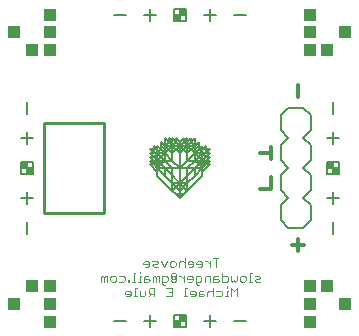
<source format=gbo>
G75*
G70*
%OFA0B0*%
%FSLAX24Y24*%
%IPPOS*%
%LPD*%
%AMOC8*
5,1,8,0,0,1.08239X$1,22.5*
%
%ADD10R,0.0394X0.0394*%
%ADD11C,0.0120*%
%ADD12C,0.0030*%
%ADD13C,0.0100*%
%ADD14C,0.0050*%
%ADD15R,0.0200X0.0200*%
%ADD16R,0.0100X0.0100*%
%ADD17C,0.0080*%
D10*
X000944Y001928D03*
X001534Y002519D03*
X002125Y002519D03*
X002125Y001928D03*
X002125Y001337D03*
X010786Y001337D03*
X010786Y001928D03*
X010786Y002519D03*
X011377Y002519D03*
X011967Y001928D03*
X011377Y010393D03*
X010786Y010393D03*
X010786Y010983D03*
X010786Y011574D03*
X011967Y010983D03*
X002125Y010983D03*
X002125Y011574D03*
X002125Y010393D03*
X001534Y010393D03*
X000944Y010983D03*
D11*
X009113Y006948D02*
X009507Y006948D01*
X009507Y007144D01*
X009507Y006948D02*
X009507Y006751D01*
X009507Y006160D02*
X009507Y005767D01*
X009113Y005767D01*
X010393Y004093D02*
X010393Y003896D01*
X010589Y003896D01*
X010393Y003896D02*
X010393Y003700D01*
X010393Y003896D02*
X010196Y003896D01*
X010393Y008818D02*
X010393Y009211D01*
D12*
X007742Y003451D02*
X007548Y003451D01*
X007645Y003451D02*
X007645Y003161D01*
X007447Y003161D02*
X007447Y003354D01*
X007447Y003258D02*
X007350Y003354D01*
X007302Y003354D01*
X007202Y003306D02*
X007202Y003209D01*
X007153Y003161D01*
X007057Y003161D01*
X007008Y003258D02*
X007202Y003258D01*
X007202Y003306D02*
X007153Y003354D01*
X007057Y003354D01*
X007008Y003306D01*
X007008Y003258D01*
X006907Y003258D02*
X006714Y003258D01*
X006714Y003306D01*
X006762Y003354D01*
X006859Y003354D01*
X006907Y003306D01*
X006907Y003209D01*
X006859Y003161D01*
X006762Y003161D01*
X006612Y003161D02*
X006612Y003451D01*
X006564Y003354D02*
X006467Y003354D01*
X006419Y003306D01*
X006419Y003161D01*
X006318Y003209D02*
X006318Y003306D01*
X006269Y003354D01*
X006173Y003354D01*
X006124Y003306D01*
X006124Y003209D01*
X006173Y003161D01*
X006269Y003161D01*
X006318Y003209D01*
X006294Y002959D02*
X006197Y002959D01*
X006149Y002911D01*
X006149Y002814D01*
X006197Y002766D01*
X006197Y002862D01*
X006294Y002862D01*
X006294Y002766D01*
X006197Y002766D01*
X006149Y002717D02*
X006197Y002669D01*
X006294Y002669D01*
X006342Y002717D01*
X006342Y002911D01*
X006294Y002959D01*
X006443Y002862D02*
X006491Y002862D01*
X006588Y002766D01*
X006588Y002862D02*
X006588Y002669D01*
X006689Y002766D02*
X006882Y002766D01*
X006882Y002814D02*
X006834Y002862D01*
X006737Y002862D01*
X006689Y002814D01*
X006689Y002766D01*
X006737Y002669D02*
X006834Y002669D01*
X006882Y002717D01*
X006882Y002814D01*
X006984Y002862D02*
X006984Y002620D01*
X007032Y002572D01*
X007080Y002572D01*
X007129Y002669D02*
X006984Y002669D01*
X007129Y002669D02*
X007177Y002717D01*
X007177Y002814D01*
X007129Y002862D01*
X006984Y002862D01*
X007278Y002814D02*
X007278Y002669D01*
X007278Y002814D02*
X007327Y002862D01*
X007472Y002862D01*
X007472Y002669D01*
X007573Y002669D02*
X007573Y002814D01*
X007621Y002862D01*
X007718Y002862D01*
X007718Y002766D02*
X007573Y002766D01*
X007573Y002669D02*
X007718Y002669D01*
X007766Y002717D01*
X007718Y002766D01*
X007868Y002862D02*
X008013Y002862D01*
X008061Y002814D01*
X008061Y002717D01*
X008013Y002669D01*
X007868Y002669D01*
X007868Y002959D01*
X008162Y002862D02*
X008162Y002717D01*
X008211Y002669D01*
X008259Y002717D01*
X008307Y002669D01*
X008356Y002717D01*
X008356Y002862D01*
X008457Y002814D02*
X008505Y002862D01*
X008602Y002862D01*
X008650Y002814D01*
X008650Y002717D01*
X008602Y002669D01*
X008505Y002669D01*
X008457Y002717D01*
X008457Y002814D01*
X008750Y002669D02*
X008847Y002669D01*
X008798Y002669D02*
X008798Y002959D01*
X008847Y002959D01*
X008948Y002862D02*
X009093Y002862D01*
X009141Y002814D01*
X009093Y002766D01*
X008996Y002766D01*
X008948Y002717D01*
X008996Y002669D01*
X009141Y002669D01*
X008356Y002467D02*
X008356Y002177D01*
X008162Y002177D02*
X008162Y002467D01*
X008259Y002370D01*
X008356Y002467D01*
X008061Y002370D02*
X008013Y002370D01*
X008013Y002177D01*
X008061Y002177D02*
X007964Y002177D01*
X007865Y002225D02*
X007816Y002177D01*
X007671Y002177D01*
X007570Y002177D02*
X007570Y002467D01*
X007522Y002370D02*
X007425Y002370D01*
X007377Y002322D01*
X007377Y002177D01*
X007275Y002225D02*
X007227Y002273D01*
X007082Y002273D01*
X007082Y002322D02*
X007082Y002177D01*
X007227Y002177D01*
X007275Y002225D01*
X007227Y002370D02*
X007130Y002370D01*
X007082Y002322D01*
X006981Y002322D02*
X006932Y002370D01*
X006836Y002370D01*
X006787Y002322D01*
X006787Y002273D01*
X006981Y002273D01*
X006981Y002225D02*
X006981Y002322D01*
X006981Y002225D02*
X006932Y002177D01*
X006836Y002177D01*
X006686Y002177D02*
X006589Y002177D01*
X006638Y002177D02*
X006638Y002467D01*
X006686Y002467D01*
X006195Y002467D02*
X006195Y002177D01*
X006001Y002177D01*
X006098Y002322D02*
X006195Y002322D01*
X006195Y002467D02*
X006001Y002467D01*
X005951Y002572D02*
X005903Y002572D01*
X005854Y002620D01*
X005854Y002862D01*
X005999Y002862D01*
X006048Y002814D01*
X006048Y002717D01*
X005999Y002669D01*
X005854Y002669D01*
X005753Y002669D02*
X005753Y002862D01*
X005705Y002862D01*
X005656Y002814D01*
X005608Y002862D01*
X005559Y002814D01*
X005559Y002669D01*
X005656Y002669D02*
X005656Y002814D01*
X005458Y002717D02*
X005410Y002766D01*
X005265Y002766D01*
X005265Y002814D02*
X005265Y002669D01*
X005410Y002669D01*
X005458Y002717D01*
X005410Y002862D02*
X005313Y002862D01*
X005265Y002814D01*
X005164Y002862D02*
X005115Y002862D01*
X005115Y002669D01*
X005067Y002669D02*
X005164Y002669D01*
X004967Y002669D02*
X004871Y002669D01*
X004919Y002669D02*
X004919Y002959D01*
X004967Y002959D01*
X005115Y002959D02*
X005115Y003007D01*
X005289Y003161D02*
X005385Y003161D01*
X005434Y003209D01*
X005434Y003306D01*
X005385Y003354D01*
X005289Y003354D01*
X005240Y003306D01*
X005240Y003258D01*
X005434Y003258D01*
X005535Y003209D02*
X005583Y003258D01*
X005680Y003258D01*
X005728Y003306D01*
X005680Y003354D01*
X005535Y003354D01*
X005535Y003209D02*
X005583Y003161D01*
X005728Y003161D01*
X005926Y003161D02*
X005830Y003354D01*
X006023Y003354D02*
X005926Y003161D01*
X006564Y003354D02*
X006612Y003306D01*
X007522Y002370D02*
X007570Y002322D01*
X007671Y002370D02*
X007816Y002370D01*
X007865Y002322D01*
X007865Y002225D01*
X008013Y002467D02*
X008013Y002515D01*
X005606Y002467D02*
X005606Y002177D01*
X005606Y002273D02*
X005461Y002273D01*
X005412Y002322D01*
X005412Y002419D01*
X005461Y002467D01*
X005606Y002467D01*
X005509Y002273D02*
X005412Y002177D01*
X005311Y002225D02*
X005263Y002177D01*
X005118Y002177D01*
X005118Y002370D01*
X005016Y002467D02*
X004968Y002467D01*
X004968Y002177D01*
X005016Y002177D02*
X004920Y002177D01*
X004820Y002225D02*
X004820Y002322D01*
X004772Y002370D01*
X004675Y002370D01*
X004626Y002322D01*
X004626Y002273D01*
X004820Y002273D01*
X004820Y002225D02*
X004772Y002177D01*
X004675Y002177D01*
X004722Y002669D02*
X004771Y002669D01*
X004771Y002717D01*
X004722Y002717D01*
X004722Y002669D01*
X004623Y002717D02*
X004575Y002669D01*
X004430Y002669D01*
X004329Y002717D02*
X004280Y002669D01*
X004184Y002669D01*
X004135Y002717D01*
X004135Y002814D01*
X004184Y002862D01*
X004280Y002862D01*
X004329Y002814D01*
X004329Y002717D01*
X004430Y002862D02*
X004575Y002862D01*
X004623Y002814D01*
X004623Y002717D01*
X004034Y002669D02*
X004034Y002862D01*
X003986Y002862D01*
X003937Y002814D01*
X003889Y002862D01*
X003841Y002814D01*
X003841Y002669D01*
X003937Y002669D02*
X003937Y002814D01*
X005311Y002370D02*
X005311Y002225D01*
D13*
X003912Y004956D02*
X001912Y004956D01*
X001912Y007956D01*
X003912Y007956D01*
X003912Y004956D01*
D14*
X005456Y006581D02*
X005581Y006581D01*
X005956Y006956D01*
X006206Y007206D01*
X006706Y007206D01*
X006956Y006956D01*
X007331Y006581D01*
X007081Y006581D01*
X006956Y006456D01*
X006956Y006206D01*
X007206Y006456D01*
X007206Y006706D01*
X007206Y006956D01*
X007081Y007081D01*
X007081Y007206D01*
X007081Y007331D01*
X006956Y007206D01*
X006831Y007331D01*
X006831Y007456D01*
X006706Y007331D01*
X006706Y007456D01*
X006581Y007331D01*
X006706Y007206D01*
X006956Y007206D01*
X006706Y006956D01*
X006456Y007206D01*
X006206Y006956D01*
X005956Y007206D01*
X005831Y007331D01*
X005831Y007206D01*
X005831Y007081D01*
X005706Y006956D01*
X005581Y006831D01*
X005456Y006831D01*
X005581Y006706D01*
X005456Y006706D01*
X005581Y006581D01*
X005831Y006581D01*
X005956Y006456D01*
X005956Y006206D01*
X005706Y006456D01*
X005706Y006706D01*
X005706Y006956D01*
X005956Y006956D01*
X005956Y006706D01*
X006206Y006456D01*
X006206Y005706D01*
X006956Y006456D01*
X007206Y006456D01*
X007206Y006331D01*
X007456Y006581D01*
X007331Y006581D01*
X007456Y006706D01*
X007331Y006706D01*
X007456Y006831D01*
X007331Y006831D01*
X007206Y006956D01*
X006956Y006956D01*
X006956Y006706D01*
X006706Y006456D01*
X006706Y005956D01*
X006706Y005706D01*
X005956Y006456D01*
X005706Y006456D01*
X005706Y006331D01*
X005456Y006581D01*
X005581Y006581D02*
X005706Y006456D01*
X005831Y006581D01*
X005706Y006706D01*
X005581Y006831D01*
X005456Y006956D01*
X005581Y006956D01*
X005456Y007081D01*
X005581Y007081D01*
X005581Y007206D01*
X005706Y007081D01*
X005581Y007081D01*
X005581Y006956D01*
X005706Y006956D01*
X005706Y007081D01*
X005706Y007206D01*
X005831Y007081D01*
X005956Y006956D01*
X005956Y007081D01*
X005831Y007206D01*
X005956Y007206D02*
X005956Y007081D01*
X005956Y007206D02*
X006081Y007331D01*
X006081Y007456D01*
X006206Y007331D01*
X006206Y007206D01*
X005956Y007206D01*
X005956Y007456D01*
X006081Y007331D01*
X006206Y007206D01*
X006331Y007331D01*
X006331Y007456D01*
X006456Y007331D01*
X006456Y007206D01*
X006456Y006956D01*
X006706Y007206D01*
X006706Y007331D01*
X006706Y007206D02*
X006831Y007331D01*
X006956Y007456D01*
X006956Y007206D01*
X006956Y007081D01*
X007081Y007206D01*
X007081Y007081D02*
X007206Y007206D01*
X007206Y007081D01*
X007331Y007206D01*
X007331Y007081D01*
X007456Y007081D01*
X007331Y006956D01*
X007331Y007081D01*
X007206Y007081D01*
X007206Y006956D01*
X007331Y006956D01*
X007456Y006956D01*
X007331Y006831D01*
X007206Y006706D01*
X007081Y006581D01*
X007206Y006456D01*
X007331Y006581D01*
X007331Y006706D02*
X007206Y006706D01*
X006956Y006706D01*
X007081Y006581D01*
X006956Y006706D02*
X007206Y006956D01*
X007081Y007081D02*
X006956Y006956D01*
X006956Y007081D01*
X006956Y006956D02*
X006706Y006706D01*
X006956Y006706D01*
X006956Y006456D02*
X006706Y006456D01*
X006456Y006456D01*
X006206Y006456D01*
X005956Y006456D01*
X005831Y006581D02*
X005956Y006706D01*
X005706Y006956D01*
X005956Y006956D02*
X006206Y006706D01*
X005956Y006706D01*
X005706Y006706D01*
X005581Y006706D01*
X005706Y006331D02*
X005706Y006206D01*
X006206Y005706D01*
X006331Y005581D01*
X006581Y005581D01*
X006706Y005706D01*
X007206Y006206D01*
X007206Y006331D01*
X006956Y006206D02*
X006706Y005956D01*
X006206Y005956D01*
X005956Y006206D01*
X006206Y005956D02*
X006456Y005706D01*
X006706Y005956D01*
X006456Y005706D02*
X006456Y006456D01*
X006706Y006706D01*
X006706Y006956D01*
X006706Y007206D01*
X006581Y007331D02*
X006581Y007456D01*
X006456Y007331D01*
X006581Y007331D02*
X006456Y007206D01*
X006331Y007331D01*
X006206Y007456D01*
X006206Y007331D01*
X006206Y007206D02*
X006206Y006956D01*
X006206Y006706D01*
X006456Y006456D01*
X006456Y006956D01*
X006206Y007206D01*
X006456Y005706D02*
X006456Y005456D01*
X006331Y005581D01*
X006456Y005456D02*
X006581Y005581D01*
X006656Y001550D02*
X006256Y001550D01*
X006256Y001150D01*
X006456Y001150D01*
X006656Y001150D01*
X006656Y001350D01*
X006656Y001550D01*
X006456Y001550D02*
X006456Y001150D01*
X006256Y001350D02*
X006656Y001350D01*
X007256Y001350D02*
X007456Y001350D01*
X007656Y001350D01*
X007456Y001350D02*
X007456Y001150D01*
X007456Y001350D02*
X007456Y001550D01*
X008256Y001350D02*
X008656Y001350D01*
X011561Y004256D02*
X011561Y004656D01*
X011561Y005256D02*
X011561Y005456D01*
X011561Y005656D01*
X011561Y005456D02*
X011361Y005456D01*
X011561Y005456D02*
X011761Y005456D01*
X011761Y006256D02*
X011361Y006256D01*
X011361Y006656D01*
X011561Y006656D01*
X011761Y006656D01*
X011761Y006456D01*
X011761Y006256D01*
X011761Y006456D02*
X011361Y006456D01*
X011561Y006256D02*
X011561Y006656D01*
X011561Y007256D02*
X011561Y007456D01*
X011561Y007656D01*
X011561Y007456D02*
X011361Y007456D01*
X011561Y007456D02*
X011761Y007456D01*
X011561Y008256D02*
X011561Y008656D01*
X008656Y011561D02*
X008256Y011561D01*
X007656Y011561D02*
X007456Y011561D01*
X007256Y011561D01*
X007456Y011561D02*
X007456Y011361D01*
X007456Y011561D02*
X007456Y011761D01*
X006656Y011761D02*
X006656Y011361D01*
X006256Y011361D01*
X006256Y011561D01*
X006256Y011761D01*
X006456Y011761D01*
X006656Y011761D01*
X006456Y011761D02*
X006456Y011361D01*
X006656Y011561D02*
X006256Y011561D01*
X005656Y011561D02*
X005456Y011561D01*
X005256Y011561D01*
X005456Y011561D02*
X005456Y011361D01*
X005456Y011561D02*
X005456Y011761D01*
X004656Y011561D02*
X004256Y011561D01*
X001350Y008656D02*
X001350Y008256D01*
X001350Y007656D02*
X001350Y007456D01*
X001350Y007256D01*
X001350Y007456D02*
X001550Y007456D01*
X001350Y007456D02*
X001150Y007456D01*
X001150Y006656D02*
X001550Y006656D01*
X001550Y006256D01*
X001350Y006256D01*
X001150Y006256D01*
X001150Y006456D01*
X001150Y006656D01*
X001150Y006456D02*
X001550Y006456D01*
X001350Y006656D02*
X001350Y006256D01*
X001350Y005656D02*
X001350Y005456D01*
X001350Y005256D01*
X001350Y005456D02*
X001150Y005456D01*
X001350Y005456D02*
X001550Y005456D01*
X001350Y004656D02*
X001350Y004256D01*
X004256Y001350D02*
X004656Y001350D01*
X005256Y001350D02*
X005456Y001350D01*
X005656Y001350D01*
X005456Y001350D02*
X005456Y001550D01*
X005456Y001350D02*
X005456Y001150D01*
D15*
X006356Y001250D03*
X006556Y001450D03*
X011461Y006556D03*
X011661Y006356D03*
X006556Y011661D03*
X006356Y011461D03*
X001450Y006356D03*
X001250Y006556D03*
D16*
X001500Y006306D03*
X006306Y011411D03*
X011411Y006606D03*
X006606Y001500D03*
D17*
X009814Y004709D02*
X009814Y005209D01*
X010064Y005459D01*
X009814Y005709D01*
X009814Y006209D01*
X010064Y006459D01*
X009814Y006709D01*
X009814Y007209D01*
X010064Y007459D01*
X009814Y007709D01*
X009814Y008209D01*
X010064Y008459D01*
X010564Y008459D01*
X010814Y008209D01*
X010814Y007709D01*
X010564Y007459D01*
X010814Y007209D01*
X010814Y006709D01*
X010564Y006459D01*
X010814Y006209D01*
X010814Y005709D01*
X010564Y005459D01*
X010814Y005209D01*
X010814Y004709D01*
X010564Y004459D01*
X010064Y004459D01*
X009814Y004709D01*
M02*

</source>
